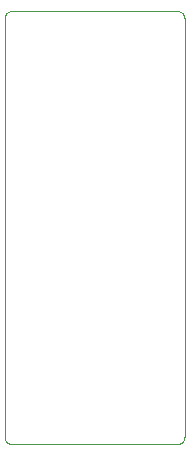
<source format=gbp>
G75*
%MOIN*%
%OFA0B0*%
%FSLAX25Y25*%
%IPPOS*%
%LPD*%
%AMOC8*
5,1,8,0,0,1.08239X$1,22.5*
%
%ADD10C,0.00000*%
D10*
X0032595Y0027058D02*
X0032595Y0166433D01*
X0032597Y0166531D01*
X0032603Y0166629D01*
X0032612Y0166727D01*
X0032626Y0166824D01*
X0032643Y0166921D01*
X0032664Y0167017D01*
X0032689Y0167112D01*
X0032717Y0167206D01*
X0032750Y0167298D01*
X0032785Y0167390D01*
X0032825Y0167480D01*
X0032867Y0167568D01*
X0032914Y0167655D01*
X0032963Y0167739D01*
X0033016Y0167822D01*
X0033072Y0167902D01*
X0033132Y0167981D01*
X0033194Y0168057D01*
X0033259Y0168130D01*
X0033327Y0168201D01*
X0033398Y0168269D01*
X0033471Y0168334D01*
X0033547Y0168396D01*
X0033626Y0168456D01*
X0033706Y0168512D01*
X0033789Y0168565D01*
X0033873Y0168614D01*
X0033960Y0168661D01*
X0034048Y0168703D01*
X0034138Y0168743D01*
X0034230Y0168778D01*
X0034322Y0168811D01*
X0034416Y0168839D01*
X0034511Y0168864D01*
X0034607Y0168885D01*
X0034704Y0168902D01*
X0034801Y0168916D01*
X0034899Y0168925D01*
X0034997Y0168931D01*
X0035095Y0168933D01*
X0090095Y0168933D01*
X0090193Y0168931D01*
X0090291Y0168925D01*
X0090389Y0168916D01*
X0090486Y0168902D01*
X0090583Y0168885D01*
X0090679Y0168864D01*
X0090774Y0168839D01*
X0090868Y0168811D01*
X0090960Y0168778D01*
X0091052Y0168743D01*
X0091142Y0168703D01*
X0091230Y0168661D01*
X0091317Y0168614D01*
X0091401Y0168565D01*
X0091484Y0168512D01*
X0091564Y0168456D01*
X0091643Y0168396D01*
X0091719Y0168334D01*
X0091792Y0168269D01*
X0091863Y0168201D01*
X0091931Y0168130D01*
X0091996Y0168057D01*
X0092058Y0167981D01*
X0092118Y0167902D01*
X0092174Y0167822D01*
X0092227Y0167739D01*
X0092276Y0167655D01*
X0092323Y0167568D01*
X0092365Y0167480D01*
X0092405Y0167390D01*
X0092440Y0167298D01*
X0092473Y0167206D01*
X0092501Y0167112D01*
X0092526Y0167017D01*
X0092547Y0166921D01*
X0092564Y0166824D01*
X0092578Y0166727D01*
X0092587Y0166629D01*
X0092593Y0166531D01*
X0092595Y0166433D01*
X0092595Y0027058D01*
X0092593Y0026960D01*
X0092587Y0026862D01*
X0092578Y0026764D01*
X0092564Y0026667D01*
X0092547Y0026570D01*
X0092526Y0026474D01*
X0092501Y0026379D01*
X0092473Y0026285D01*
X0092440Y0026193D01*
X0092405Y0026101D01*
X0092365Y0026011D01*
X0092323Y0025923D01*
X0092276Y0025836D01*
X0092227Y0025752D01*
X0092174Y0025669D01*
X0092118Y0025589D01*
X0092058Y0025510D01*
X0091996Y0025434D01*
X0091931Y0025361D01*
X0091863Y0025290D01*
X0091792Y0025222D01*
X0091719Y0025157D01*
X0091643Y0025095D01*
X0091564Y0025035D01*
X0091484Y0024979D01*
X0091401Y0024926D01*
X0091317Y0024877D01*
X0091230Y0024830D01*
X0091142Y0024788D01*
X0091052Y0024748D01*
X0090960Y0024713D01*
X0090868Y0024680D01*
X0090774Y0024652D01*
X0090679Y0024627D01*
X0090583Y0024606D01*
X0090486Y0024589D01*
X0090389Y0024575D01*
X0090291Y0024566D01*
X0090193Y0024560D01*
X0090095Y0024558D01*
X0035095Y0024558D01*
X0034997Y0024560D01*
X0034899Y0024566D01*
X0034801Y0024575D01*
X0034704Y0024589D01*
X0034607Y0024606D01*
X0034511Y0024627D01*
X0034416Y0024652D01*
X0034322Y0024680D01*
X0034230Y0024713D01*
X0034138Y0024748D01*
X0034048Y0024788D01*
X0033960Y0024830D01*
X0033873Y0024877D01*
X0033789Y0024926D01*
X0033706Y0024979D01*
X0033626Y0025035D01*
X0033547Y0025095D01*
X0033471Y0025157D01*
X0033398Y0025222D01*
X0033327Y0025290D01*
X0033259Y0025361D01*
X0033194Y0025434D01*
X0033132Y0025510D01*
X0033072Y0025589D01*
X0033016Y0025669D01*
X0032963Y0025752D01*
X0032914Y0025836D01*
X0032867Y0025923D01*
X0032825Y0026011D01*
X0032785Y0026101D01*
X0032750Y0026193D01*
X0032717Y0026285D01*
X0032689Y0026379D01*
X0032664Y0026474D01*
X0032643Y0026570D01*
X0032626Y0026667D01*
X0032612Y0026764D01*
X0032603Y0026862D01*
X0032597Y0026960D01*
X0032595Y0027058D01*
M02*

</source>
